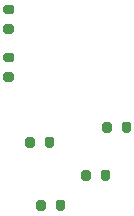
<source format=gbp>
G04 #@! TF.GenerationSoftware,KiCad,Pcbnew,5.1.12-84ad8e8a86~92~ubuntu20.04.1*
G04 #@! TF.CreationDate,2022-05-29T14:18:07-04:00*
G04 #@! TF.ProjectId,fluke9010-protection,666c756b-6539-4303-9130-2d70726f7465,rev?*
G04 #@! TF.SameCoordinates,Original*
G04 #@! TF.FileFunction,Paste,Bot*
G04 #@! TF.FilePolarity,Positive*
%FSLAX46Y46*%
G04 Gerber Fmt 4.6, Leading zero omitted, Abs format (unit mm)*
G04 Created by KiCad (PCBNEW 5.1.12-84ad8e8a86~92~ubuntu20.04.1) date 2022-05-29 14:18:07*
%MOMM*%
%LPD*%
G01*
G04 APERTURE LIST*
G04 APERTURE END LIST*
G36*
G01*
X133179000Y-85831000D02*
X133179000Y-86381000D01*
G75*
G02*
X132979000Y-86581000I-200000J0D01*
G01*
X132579000Y-86581000D01*
G75*
G02*
X132379000Y-86381000I0J200000D01*
G01*
X132379000Y-85831000D01*
G75*
G02*
X132579000Y-85631000I200000J0D01*
G01*
X132979000Y-85631000D01*
G75*
G02*
X133179000Y-85831000I0J-200000D01*
G01*
G37*
G36*
G01*
X134829000Y-85831000D02*
X134829000Y-86381000D01*
G75*
G02*
X134629000Y-86581000I-200000J0D01*
G01*
X134229000Y-86581000D01*
G75*
G02*
X134029000Y-86381000I0J200000D01*
G01*
X134029000Y-85831000D01*
G75*
G02*
X134229000Y-85631000I200000J0D01*
G01*
X134629000Y-85631000D01*
G75*
G02*
X134829000Y-85831000I0J-200000D01*
G01*
G37*
G36*
G01*
X139617000Y-79777000D02*
X139617000Y-79227000D01*
G75*
G02*
X139817000Y-79027000I200000J0D01*
G01*
X140217000Y-79027000D01*
G75*
G02*
X140417000Y-79227000I0J-200000D01*
G01*
X140417000Y-79777000D01*
G75*
G02*
X140217000Y-79977000I-200000J0D01*
G01*
X139817000Y-79977000D01*
G75*
G02*
X139617000Y-79777000I0J200000D01*
G01*
G37*
G36*
G01*
X137967000Y-79777000D02*
X137967000Y-79227000D01*
G75*
G02*
X138167000Y-79027000I200000J0D01*
G01*
X138567000Y-79027000D01*
G75*
G02*
X138767000Y-79227000I0J-200000D01*
G01*
X138767000Y-79777000D01*
G75*
G02*
X138567000Y-79977000I-200000J0D01*
G01*
X138167000Y-79977000D01*
G75*
G02*
X137967000Y-79777000I0J200000D01*
G01*
G37*
G36*
G01*
X133076000Y-81047000D02*
X133076000Y-80497000D01*
G75*
G02*
X133276000Y-80297000I200000J0D01*
G01*
X133676000Y-80297000D01*
G75*
G02*
X133876000Y-80497000I0J-200000D01*
G01*
X133876000Y-81047000D01*
G75*
G02*
X133676000Y-81247000I-200000J0D01*
G01*
X133276000Y-81247000D01*
G75*
G02*
X133076000Y-81047000I0J200000D01*
G01*
G37*
G36*
G01*
X131426000Y-81047000D02*
X131426000Y-80497000D01*
G75*
G02*
X131626000Y-80297000I200000J0D01*
G01*
X132026000Y-80297000D01*
G75*
G02*
X132226000Y-80497000I0J-200000D01*
G01*
X132226000Y-81047000D01*
G75*
G02*
X132026000Y-81247000I-200000J0D01*
G01*
X131626000Y-81247000D01*
G75*
G02*
X131426000Y-81047000I0J200000D01*
G01*
G37*
G36*
G01*
X130323000Y-69933000D02*
X129773000Y-69933000D01*
G75*
G02*
X129573000Y-69733000I0J200000D01*
G01*
X129573000Y-69333000D01*
G75*
G02*
X129773000Y-69133000I200000J0D01*
G01*
X130323000Y-69133000D01*
G75*
G02*
X130523000Y-69333000I0J-200000D01*
G01*
X130523000Y-69733000D01*
G75*
G02*
X130323000Y-69933000I-200000J0D01*
G01*
G37*
G36*
G01*
X130323000Y-71583000D02*
X129773000Y-71583000D01*
G75*
G02*
X129573000Y-71383000I0J200000D01*
G01*
X129573000Y-70983000D01*
G75*
G02*
X129773000Y-70783000I200000J0D01*
G01*
X130323000Y-70783000D01*
G75*
G02*
X130523000Y-70983000I0J-200000D01*
G01*
X130523000Y-71383000D01*
G75*
G02*
X130323000Y-71583000I-200000J0D01*
G01*
G37*
G36*
G01*
X137839000Y-83841000D02*
X137839000Y-83291000D01*
G75*
G02*
X138039000Y-83091000I200000J0D01*
G01*
X138439000Y-83091000D01*
G75*
G02*
X138639000Y-83291000I0J-200000D01*
G01*
X138639000Y-83841000D01*
G75*
G02*
X138439000Y-84041000I-200000J0D01*
G01*
X138039000Y-84041000D01*
G75*
G02*
X137839000Y-83841000I0J200000D01*
G01*
G37*
G36*
G01*
X136189000Y-83841000D02*
X136189000Y-83291000D01*
G75*
G02*
X136389000Y-83091000I200000J0D01*
G01*
X136789000Y-83091000D01*
G75*
G02*
X136989000Y-83291000I0J-200000D01*
G01*
X136989000Y-83841000D01*
G75*
G02*
X136789000Y-84041000I-200000J0D01*
G01*
X136389000Y-84041000D01*
G75*
G02*
X136189000Y-83841000I0J200000D01*
G01*
G37*
G36*
G01*
X129773000Y-74847000D02*
X130323000Y-74847000D01*
G75*
G02*
X130523000Y-75047000I0J-200000D01*
G01*
X130523000Y-75447000D01*
G75*
G02*
X130323000Y-75647000I-200000J0D01*
G01*
X129773000Y-75647000D01*
G75*
G02*
X129573000Y-75447000I0J200000D01*
G01*
X129573000Y-75047000D01*
G75*
G02*
X129773000Y-74847000I200000J0D01*
G01*
G37*
G36*
G01*
X129773000Y-73197000D02*
X130323000Y-73197000D01*
G75*
G02*
X130523000Y-73397000I0J-200000D01*
G01*
X130523000Y-73797000D01*
G75*
G02*
X130323000Y-73997000I-200000J0D01*
G01*
X129773000Y-73997000D01*
G75*
G02*
X129573000Y-73797000I0J200000D01*
G01*
X129573000Y-73397000D01*
G75*
G02*
X129773000Y-73197000I200000J0D01*
G01*
G37*
M02*

</source>
